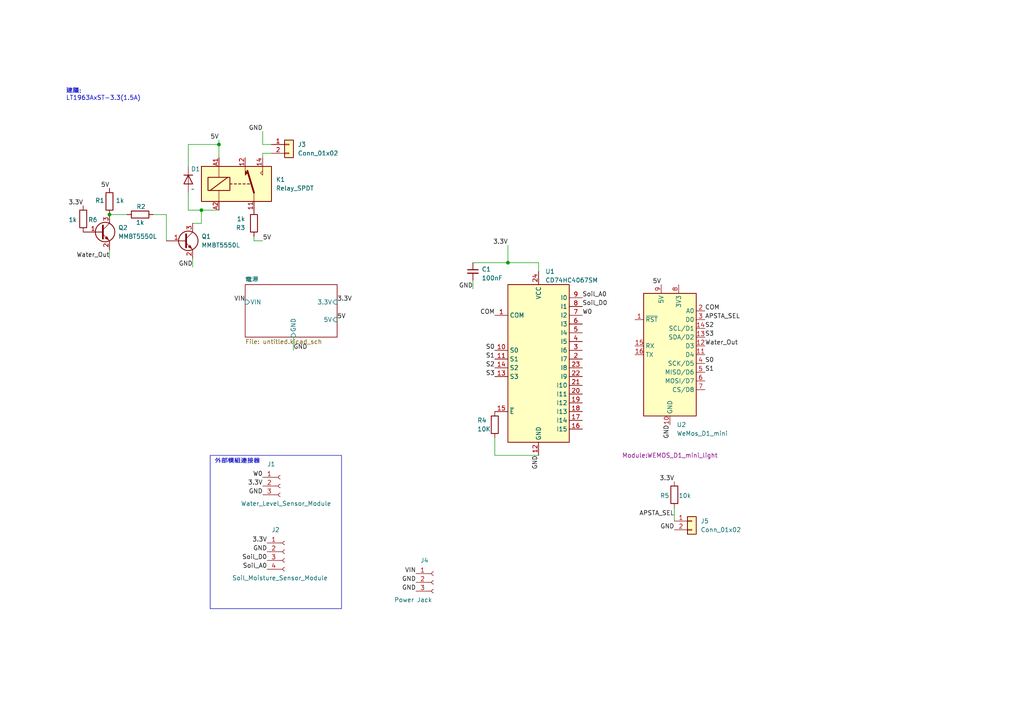
<source format=kicad_sch>
(kicad_sch (version 20231120) (generator "eeschema") (generator_version "8.0")
  (paper "A4")
  (title_block (title "自動澆花系統"))
  (lib_symbols
    (symbol "74xx:CD74HC4067SM"
      (property "Reference" "U" (at -8.89 22.86 0))
      (property "Value" "CD74HC4067SM" (at 1.27 22.86 0))
      (symbol "CD74HC4067SM_0_1"
        (rectangle (start -8.89 21.59) (end 8.89 -24.13) (stroke (width 0.254)) (fill (type background)))
      )
      (symbol "CD74HC4067SM_1_1"
        (pin passive line (at -12.7 12.7 0) (length 3.81) (name "COM") (number "1"))
        (pin input line (at -12.7 2.54 0) (length 3.81) (name "S0") (number "10"))
        (pin input line (at -12.7 0 0) (length 3.81) (name "S1") (number "11"))
        (pin power_in line (at 0 -27.94 90) (length 3.81) (name "GND") (number "12"))
        (pin input line (at -12.7 -5.08 0) (length 3.81) (name "S3") (number "13"))
        (pin input line (at -12.7 -2.54 0) (length 3.81) (name "S2") (number "14"))
        (pin input line (at -12.7 -15.24 0) (length 3.81) (name "~{E}") (number "15"))
        (pin passive line (at 12.7 -20.32 180) (length 3.81) (name "I15") (number "16"))
        (pin passive line (at 12.7 -17.78 180) (length 3.81) (name "I14") (number "17"))
        (pin passive line (at 12.7 -15.24 180) (length 3.81) (name "I13") (number "18"))
        (pin passive line (at 12.7 -12.7 180) (length 3.81) (name "I12") (number "19"))
        (pin passive line (at 12.7 0 180) (length 3.81) (name "I7") (number "2"))
        (pin passive line (at 12.7 -10.16 180) (length 3.81) (name "I11") (number "20"))
        (pin passive line (at 12.7 -7.62 180) (length 3.81) (name "I10") (number "21"))
        (pin passive line (at 12.7 -5.08 180) (length 3.81) (name "I9") (number "22"))
        (pin passive line (at 12.7 -2.54 180) (length 3.81) (name "I8") (number "23"))
        (pin power_in line (at 0 25.4 270) (length 3.81) (name "VCC") (number "24"))
        (pin passive line (at 12.7 2.54 180) (length 3.81) (name "I6") (number "3"))
        (pin passive line (at 12.7 5.08 180) (length 3.81) (name "I5") (number "4"))
        (pin passive line (at 12.7 7.62 180) (length 3.81) (name "I4") (number "5"))
        (pin passive line (at 12.7 10.16 180) (length 3.81) (name "I3") (number "6"))
        (pin passive line (at 12.7 12.7 180) (length 3.81) (name "I2") (number "7"))
        (pin passive line (at 12.7 15.24 180) (length 3.81) (name "I1") (number "8"))
        (pin passive line (at 12.7 17.78 180) (length 3.81) (name "I0") (number "9"))
      )
    )
    (symbol "Connector:Conn_01x03_Socket" (pin_names (offset 1.016) hide)
      (property "Reference" "J" (at 0 5.08 0))
      (property "Value" "Conn_01x03_Socket" (at 0 -5.08 0))
      (symbol "Conn_01x03_Socket_1_1"
        (arc (start 0 -2.032) (mid -0.5058 -2.54) (end 0 -3.048) (stroke (width 0.1524)))
        (polyline (pts (xy -1.27 -2.54) (xy -0.508 -2.54)) (stroke (width 0.1524)))
        (polyline (pts (xy -1.27 0) (xy -0.508 0)) (stroke (width 0.1524)))
        (polyline (pts (xy -1.27 2.54) (xy -0.508 2.54)) (stroke (width 0.1524)))
        (arc (start 0 0.508) (mid -0.5058 0) (end 0 -0.508) (stroke (width 0.1524)))
        (arc (start 0 3.048) (mid -0.5058 2.54) (end 0 2.032) (stroke (width 0.1524)))
        (pin passive line (at -5.08 2.54 0) (length 3.81) (name "Pin_1") (number "1"))
        (pin passive line (at -5.08 0 0) (length 3.81) (name "Pin_2") (number "2"))
        (pin passive line (at -5.08 -2.54 0) (length 3.81) (name "Pin_3") (number "3"))
      )
    )
    (symbol "Connector:Conn_01x04_Socket" (pin_names (offset 1.016) hide)
      (property "Reference" "J" (at 0 5.08 0))
      (property "Value" "Conn_01x04_Socket" (at 0 -7.62 0))
      (symbol "Conn_01x04_Socket_1_1"
        (arc (start 0 -4.572) (mid -0.5058 -5.08) (end 0 -5.588) (stroke (width 0.1524)))
        (arc (start 0 -2.032) (mid -0.5058 -2.54) (end 0 -3.048) (stroke (width 0.1524)))
        (polyline (pts (xy -1.27 -5.08) (xy -0.508 -5.08)) (stroke (width 0.1524)))
        (polyline (pts (xy -1.27 -2.54) (xy -0.508 -2.54)) (stroke (width 0.1524)))
        (polyline (pts (xy -1.27 0) (xy -0.508 0)) (stroke (width 0.1524)))
        (polyline (pts (xy -1.27 2.54) (xy -0.508 2.54)) (stroke (width 0.1524)))
        (arc (start 0 0.508) (mid -0.5058 0) (end 0 -0.508) (stroke (width 0.1524)))
        (arc (start 0 3.048) (mid -0.5058 2.54) (end 0 2.032) (stroke (width 0.1524)))
        (pin passive line (at -5.08 2.54 0) (length 3.81) (name "Pin_1") (number "1"))
        (pin passive line (at -5.08 0 0) (length 3.81) (name "Pin_2") (number "2"))
        (pin passive line (at -5.08 -2.54 0) (length 3.81) (name "Pin_3") (number "3"))
        (pin passive line (at -5.08 -5.08 0) (length 3.81) (name "Pin_4") (number "4"))
      )
    )
    (symbol "Connector_Generic:Conn_01x02" (pin_names (offset 1.016) hide)
      (property "Reference" "J" (at 0 2.54 0))
      (property "Value" "Conn_01x02" (at 0 -5.08 0))
      (symbol "Conn_01x02_1_1"
        (rectangle (start -1.27 -2.413) (end 0 -2.667) (stroke (width 0.1524)))
        (rectangle (start -1.27 0.127) (end 0 -0.127) (stroke (width 0.1524)))
        (rectangle (start -1.27 1.27) (end 1.27 -3.81) (stroke (width 0.254)) (fill (type background)))
        (pin passive line (at -5.08 0 0) (length 3.81) (name "Pin_1") (number "1"))
        (pin passive line (at -5.08 -2.54 0) (length 3.81) (name "Pin_2") (number "2"))
      )
    )
    (symbol "Device:C_Small" (pin_numbers hide) (pin_names (offset 0.254) hide)
      (property "Reference" "C" (at 0.254 1.778 0))
      (property "Value" "C_Small" (at 0.254 -2.032 0))
      (symbol "C_Small_0_1"
        (polyline (pts (xy -1.524 -0.508) (xy 1.524 -0.508)) (stroke (width 0.3302)))
        (polyline (pts (xy -1.524 0.508) (xy 1.524 0.508)) (stroke (width 0.3048)))
      )
      (symbol "C_Small_1_1"
        (pin passive line (at 0 2.54 270) (length 2.032) (name "~") (number "1"))
        (pin passive line (at 0 -2.54 90) (length 2.032) (name "~") (number "2"))
      )
    )
    (symbol "Device:D" (pin_numbers hide) (pin_names (offset 1.016) hide)
      (property "Reference" "D" (at 0 2.54 0))
      (property "Value" "D" (at 0 -2.54 0))
      (symbol "D_0_1"
        (polyline (pts (xy -1.27 1.27) (xy -1.27 -1.27)) (stroke (width 0.254)))
        (polyline (pts (xy 1.27 0) (xy -1.27 0)))
        (polyline (pts (xy 1.27 1.27) (xy 1.27 -1.27) (xy -1.27 0) (xy 1.27 1.27)) (stroke (width 0.254)))
      )
      (symbol "D_1_1"
        (pin passive line (at -3.81 0 0) (length 2.54) (name "K") (number "1"))
        (pin passive line (at 3.81 0 180) (length 2.54) (name "A") (number "2"))
      )
    )
    (symbol "Device:R" (pin_numbers hide) (pin_names (offset 0))
      (property "Reference" "R" (at 2.032 0 90))
      (property "Value" "R" (at 0 0 90))
      (symbol "R_0_1"
        (rectangle (start -1.016 -2.54) (end 1.016 2.54) (stroke (width 0.254)))
      )
      (symbol "R_1_1"
        (pin passive line (at 0 3.81 270) (length 1.27) (name "~") (number "1"))
        (pin passive line (at 0 -3.81 90) (length 1.27) (name "~") (number "2"))
      )
    )
    (symbol "MCU_Module:WeMos_D1_mini"
      (property "Reference" "U" (at 3.81 19.05 0))
      (property "Value" "WeMos_D1_mini" (at 1.27 -19.05 0))
      (symbol "WeMos_D1_mini_1_1"
        (rectangle (start -7.62 17.78) (end 7.62 -17.78) (stroke (width 0.254)) (fill (type background)))
        (pin input line (at -10.16 10.16 0) (length 2.54) (name "~{RST}") (number "1"))
        (pin power_in line (at 0 -20.32 90) (length 2.54) (name "GND") (number "10"))
        (pin bidirectional line (at 10.16 0 180) (length 2.54) (name "D4") (number "11"))
        (pin bidirectional line (at 10.16 2.54 180) (length 2.54) (name "D3") (number "12"))
        (pin bidirectional line (at 10.16 5.08 180) (length 2.54) (name "SDA/D2") (number "13"))
        (pin bidirectional line (at 10.16 7.62 180) (length 2.54) (name "SCL/D1") (number "14"))
        (pin input line (at -10.16 2.54 0) (length 2.54) (name "RX") (number "15"))
        (pin output line (at -10.16 0 0) (length 2.54) (name "TX") (number "16"))
        (pin input line (at 10.16 12.7 180) (length 2.54) (name "A0") (number "2"))
        (pin bidirectional line (at 10.16 10.16 180) (length 2.54) (name "D0") (number "3"))
        (pin bidirectional line (at 10.16 -2.54 180) (length 2.54) (name "SCK/D5") (number "4"))
        (pin bidirectional line (at 10.16 -5.08 180) (length 2.54) (name "MISO/D6") (number "5"))
        (pin bidirectional line (at 10.16 -7.62 180) (length 2.54) (name "MOSI/D7") (number "6"))
        (pin bidirectional line (at 10.16 -10.16 180) (length 2.54) (name "CS/D8") (number "7"))
        (pin power_out line (at 2.54 20.32 270) (length 2.54) (name "3V3") (number "8"))
        (pin power_in line (at -2.54 20.32 270) (length 2.54) (name "5V") (number "9"))
      )
    )
    (symbol "Relay:Relay_SPDT"
      (property "Reference" "K" (at 11.43 3.81 0))
      (property "Value" "Relay_SPDT" (at 11.43 1.27 0))
      (symbol "Relay_SPDT_0_0"
        (polyline (pts (xy 7.62 5.08) (xy 7.62 2.54) (xy 6.985 3.175) (xy 7.62 3.81)))
      )
      (symbol "Relay_SPDT_0_1"
        (rectangle (start -10.16 5.08) (end 10.16 -5.08) (stroke (width 0.254)) (fill (type background)))
        (rectangle (start -8.255 1.905) (end -1.905 -1.905) (stroke (width 0.254)))
        (polyline (pts (xy -7.62 -1.905) (xy -2.54 1.905)) (stroke (width 0.254)))
        (polyline (pts (xy -5.08 -5.08) (xy -5.08 -1.905)))
        (polyline (pts (xy -5.08 5.08) (xy -5.08 1.905)))
        (polyline (pts (xy -1.905 0) (xy -1.27 0)) (stroke (width 0.254)))
        (polyline (pts (xy -0.635 0) (xy 0 0)) (stroke (width 0.254)))
        (polyline (pts (xy 0.635 0) (xy 1.27 0)) (stroke (width 0.254)))
        (polyline (pts (xy 1.905 0) (xy 2.54 0)) (stroke (width 0.254)))
        (polyline (pts (xy 3.175 0) (xy 3.81 0)) (stroke (width 0.254)))
        (polyline (pts (xy 5.08 -2.54) (xy 3.175 3.81)) (stroke (width 0.508)))
        (polyline (pts (xy 5.08 -2.54) (xy 5.08 -5.08)))
        (polyline (pts (xy 2.54 5.08) (xy 2.54 2.54) (xy 3.175 3.175) (xy 2.54 3.81)) (fill (type outline)))
      )
      (symbol "Relay_SPDT_1_1"
        (pin passive line (at 5.08 -7.62 90) (length 2.54) (name "~") (number "11"))
        (pin passive line (at 2.54 7.62 270) (length 2.54) (name "~") (number "12"))
        (pin passive line (at 7.62 7.62 270) (length 2.54) (name "~") (number "14"))
        (pin passive line (at -5.08 7.62 270) (length 2.54) (name "~") (number "A1"))
        (pin passive line (at -5.08 -7.62 90) (length 2.54) (name "~") (number "A2"))
      )
    )
    (symbol "Transistor_BJT:MMBT5550L" (pin_names (offset 0) hide)
      (property "Reference" "Q" (at 5.08 1.905 0))
      (property "Value" "MMBT5550L" (at 5.08 0 0))
      (symbol "MMBT5550L_0_1"
        (polyline (pts (xy 0.635 0.635) (xy 2.54 2.54)))
        (polyline (pts (xy 0.635 -0.635) (xy 2.54 -2.54) (xy 2.54 -2.54)))
        (polyline (pts (xy 0.635 1.905) (xy 0.635 -1.905) (xy 0.635 -1.905)) (stroke (width 0.508)))
        (polyline (pts (xy 1.27 -1.778) (xy 1.778 -1.27) (xy 2.286 -2.286) (xy 1.27 -1.778) (xy 1.27 -1.778)) (fill (type outline)))
        (circle (center 1.27 0) (radius 2.8194) (stroke (width 0.254)))
      )
      (symbol "MMBT5550L_1_1"
        (pin input line (at -5.08 0 0) (length 5.715) (name "B") (number "1"))
        (pin passive line (at 2.54 -5.08 90) (length 2.54) (name "E") (number "2"))
        (pin passive line (at 2.54 5.08 270) (length 2.54) (name "C") (number "3"))
      )
    )
  )
  (junction (at 63.5 41.91))
  (junction (at 58.42 60.96))
  (junction (at 31.75 62.23))
  (junction (at 147.32 76.2))
  (wire (pts (xy 54.61 55.88) (xy 54.61 60.96)))
  (wire (pts (xy 76.2 44.45) (xy 78.74 44.45)))
  (wire (pts (xy 48.26 62.23) (xy 48.26 69.85)))
  (wire (pts (xy 147.32 71.12) (xy 147.32 76.2)))
  (wire (pts (xy 85.09 97.79) (xy 85.09 101.6)))
  (wire (pts (xy 58.42 60.96) (xy 63.5 60.96)))
  (wire (pts (xy 54.61 60.96) (xy 58.42 60.96)))
  (wire (pts (xy 76.2 41.91) (xy 78.74 41.91)))
  (wire (pts (xy 143.51 132.08) (xy 143.51 127)))
  (wire (pts (xy 76.2 38.1) (xy 76.2 41.91)))
  (wire (pts (xy 137.16 83.82) (xy 137.16 81.28)))
  (wire (pts (xy 147.32 76.2) (xy 156.21 76.2)))
  (wire (pts (xy 58.42 64.77) (xy 58.42 60.96)))
  (wire (pts (xy 76.2 69.85) (xy 73.66 69.85)))
  (wire (pts (xy 54.61 41.91) (xy 54.61 48.26)))
  (wire (pts (xy 63.5 40.64) (xy 63.5 41.91)))
  (wire (pts (xy 76.2 45.72) (xy 76.2 44.45)))
  (wire (pts (xy 44.45 62.23) (xy 48.26 62.23)))
  (wire (pts (xy 55.88 77.47) (xy 55.88 74.93)))
  (wire (pts (xy 137.16 76.2) (xy 147.32 76.2)))
  (wire (pts (xy 195.58 147.32) (xy 195.58 151.13)))
  (wire (pts (xy 73.66 69.85) (xy 73.66 68.58)))
  (wire (pts (xy 31.75 74.93) (xy 31.75 72.39)))
  (wire (pts (xy 156.21 132.08) (xy 143.51 132.08)))
  (wire (pts (xy 55.88 64.77) (xy 58.42 64.77)))
  (wire (pts (xy 63.5 41.91) (xy 54.61 41.91)))
  (wire (pts (xy 63.5 41.91) (xy 63.5 45.72)))
  (wire (pts (xy 31.75 62.23) (xy 36.83 62.23)))
  (wire (pts (xy 156.21 76.2) (xy 156.21 78.74)))
  (rectangle (start 60.96 132.08) (end 99.06 176.53))
  (text "外部模組連接器" (at 62.23 134.62 0) (effects (font (size 1.27 1.27)) (justify left bottom)))
  (text "建議:\nLT1963AxST-3.3(1.5A)\n" (at 19.1262 29.2862 0) (effects (font (size 1.27 1.27)) (justify left bottom)))
  (label "S3" (at 143.51 109.22 180))
  (label "5V" (at 97.79 92.71 0))
  (label "APSTA_SEL" (at 195.58 149.86 180))
  (label "GND" (at 55.88 77.47 180))
  (label "GND" (at 195.58 153.67 180))
  (label "GND" (at 156.21 132.08 270))
  (label "Water_Out" (at 31.75 74.93 180))
  (label "5V" (at 63.5 40.64 180))
  (label "GND" (at 76.2 38.1 180))
  (label "S2" (at 143.51 106.68 180))
  (label "GND" (at 76.2 143.51 180))
  (label "S1" (at 143.51 104.14 180))
  (label "S0" (at 204.47 105.41 0))
  (label "GND" (at 194.31 123.19 270))
  (label "VIN" (at 120.65 166.37 180))
  (label "APSTA_SEL" (at 204.47 92.71 0))
  (label "S3" (at 204.47 97.79 0))
  (label "S0" (at 143.51 101.6 180))
  (label "5V" (at 191.77 82.55 180))
  (label "GND" (at 120.65 171.45 180))
  (label "Soil_D0" (at 168.91 88.9 0))
  (label "COM" (at 143.51 91.44 180))
  (label "3.3V" (at 77.47 157.48 180))
  (label "3.3V" (at 97.79 87.63 0))
  (label "Soil_D0" (at 77.47 162.56 180))
  (label "3.3V" (at 147.32 71.12 180))
  (label "Soil_A0" (at 77.47 165.1 180))
  (label "5V" (at 31.75 54.61 180))
  (label "VIN" (at 71.12 87.63 180))
  (label "3.3V" (at 76.2 140.97 180))
  (label "Water_Out" (at 204.47 100.33 0))
  (label "GND" (at 85.09 101.6 0))
  (label "S2" (at 204.47 95.25 0))
  (label "W0" (at 168.91 91.44 0))
  (label "GND" (at 77.47 160.02 180))
  (label "5V" (at 76.2 69.85 0))
  (label "Soil_A0" (at 168.91 86.36 0))
  (label "GND" (at 137.16 83.82 180))
  (label "S1" (at 204.47 107.95 0))
  (label "3.3V" (at 24.13 59.69 180))
  (label "GND" (at 120.65 168.91 180))
  (label "COM" (at 204.47 90.17 0))
  (label "3.3V" (at 195.58 139.7 180))
  (label "W0" (at 76.2 138.43 180))
  (symbol (lib_id "Connector:Conn_01x03_Socket") (at 125.73 168.91 0) (unit 1)
    (property "Reference" "J4" (at 121.92 162.56 0) (effects (justify left)))
    (property "Value" "Power Jack" (at 114.3 173.99 0) (effects (justify left)))
    (property "Footprint" "Connector_BarrelJack:BarrelJack_GCT_DCJ200-10-A_Horizontal" (effects (hide yes)))
  )
  (symbol (lib_id "Device:R") (at 40.64 62.23 90) (mirror x) (unit 1)
    (property "Reference" "R2" (at 40.894 59.944 90))
    (property "Value" "1k" (at 40.64 64.516 90))
    (property "Footprint" "Resistor_SMD:R_0603_1608Metric" (effects (hide yes)))
    (property "Description" "Resistor" (effects (hide yes)))
  )
  (symbol (lib_id "Relay:Relay_SPDT") (at 68.58 53.34 0) (unit 1)
    (property "Reference" "K1" (at 80.01 52.0699 0) (effects (justify left)))
    (property "Value" "Relay_SPDT" (at 80.01 54.6099 0) (effects (justify left)))
    (property "Footprint" "Relay_THT:Relay_SPDT_Finder_36.11" (effects (hide yes)))
    (property "Description" "Monostable Relay SPDT, EN50005" (effects (hide yes)))
  )
  (symbol (lib_id "Device:R") (at 73.66 64.77 180) (unit 1)
    (property "Reference" "R3" (at 71.12 66.0401 0) (effects (justify left)))
    (property "Value" "1k" (at 71.12 63.5001 0) (effects (justify left)))
    (property "Footprint" "Resistor_SMD:R_0603_1608Metric" (effects (hide yes)))
    (property "Description" "Resistor" (effects (hide yes)))
  )
  (symbol (lib_id "Transistor_BJT:MMBT5550L") (at 29.21 67.31 0) (unit 1)
    (property "Reference" "Q2" (at 34.29 66.0399 0) (effects (justify left)))
    (property "Value" "MMBT5550L" (at 34.29 68.5799 0) (effects (justify left)))
    (property "Footprint" "Package_TO_SOT_SMD:SOT-23" (effects (hide yes)))
    (property "Datasheet" "www.onsemi.com/pub/Collateral/MMBT5550LT1-D.PDF" (effects (hide yes)))
    (property "Description" "0.6A Ic, 140V Vce, NPN Transistor, SOT-23" (effects (hide yes)))
  )
  (symbol (lib_id "Device:R") (at 24.13 63.5 0) (mirror x) (unit 1)
    (property "Reference" "R6" (at 26.924 63.754 0))
    (property "Value" "1k" (at 21.082 63.754 0))
    (property "Footprint" "Resistor_SMD:R_0603_1608Metric" (effects (hide yes)))
    (property "Description" "Resistor" (effects (hide yes)))
  )
  (symbol (lib_id "Device:R") (at 143.51 123.19 0) (unit 1)
    (property "Reference" "R4" (at 138.43 121.92 0) (effects (justify left)))
    (property "Value" "10K" (at 138.43 124.46 0) (effects (justify left)))
    (property "Footprint" "Capacitor_SMD:C_0603_1608Metric" (effects (hide yes)))
  )
  (symbol (lib_id "Connector_Generic:Conn_01x02") (at 83.82 41.91 0) (unit 1)
    (property "Reference" "J3" (at 86.36 41.9099 0) (effects (justify left)))
    (property "Value" "Conn_01x02" (at 86.36 44.4499 0) (effects (justify left)))
    (property "Footprint" "Connector_JST:JST_EH_S2B-EH_1x02_P2.50mm_Horizontal" (effects (hide yes)))
    (property "Description" "Generic connector, single row, 01x02, script generated (kicad-library-utils/schlib/autogen/connector/)" (effects (hide yes)))
  )
  (symbol (lib_id "Connector:Conn_01x04_Socket") (at 82.55 160.02 0) (unit 1)
    (property "Reference" "J2" (at 78.74 153.67 0) (effects (justify left)))
    (property "Value" "Soil_Moisture_Sensor_Module" (at 67.31 167.64 0) (effects (justify left)))
    (property "Footprint" "Connector_JST:JST_EH_S4B-EH_1x04_P2.50mm_Horizontal" (effects (hide yes)))
  )
  (symbol (lib_id "MCU_Module:WeMos_D1_mini") (at 194.31 102.87 0) (unit 1)
    (property "Reference" "U2" (at 196.2659 123.19 0) (effects (justify left)))
    (property "Value" "WeMos_D1_mini" (at 196.2659 125.73 0) (effects (justify left)))
    (property "Footprint" "Module:WEMOS_D1_mini_light" (at 194.31 132.08 0))
    (property "Datasheet" "https://wiki.wemos.cc/products:d1:d1_mini#documentation" (effects (hide yes)))
  )
  (symbol (lib_id "Device:R") (at 31.75 58.42 0) (mirror y) (unit 1)
    (property "Reference" "R1" (at 28.956 58.166 0))
    (property "Value" "1k" (at 34.798 58.166 0))
    (property "Footprint" "Resistor_SMD:R_0603_1608Metric" (effects (hide yes)))
    (property "Description" "Resistor" (effects (hide yes)))
  )
  (symbol (lib_id "Device:R") (at 195.58 143.51 180) (unit 1)
    (property "Reference" "R5" (at 192.786 143.764 0))
    (property "Value" "10k" (at 198.628 143.764 0))
    (property "Footprint" "Resistor_SMD:R_0603_1608Metric" (effects (hide yes)))
    (property "Description" "Resistor" (effects (hide yes)))
  )
  (symbol (lib_id "Device:D") (at 54.61 52.07 270) (unit 1)
    (property "Reference" "D1" (at 55.372 49.022 90) (effects (justify left)))
    (property "Value" "~" (at 55.372 54.864 90) (effects (justify left)))
    (property "Footprint" "Diode_SMD:D_SMA" (effects (hide yes)))
    (property "Description" "Diode" (effects (hide yes)))
    (property "Sim.Device" "D" (effects (hide yes)))
    (property "Sim.Pins" "1=K 2=A" (effects (hide yes)))
  )
  (symbol (lib_id "Connector_Generic:Conn_01x02") (at 200.66 151.13 0) (unit 1)
    (property "Reference" "J5" (at 203.2 151.1299 0) (effects (justify left)))
    (property "Value" "Conn_01x02" (at 203.2 153.6699 0) (effects (justify left)))
    (property "Footprint" "Connector_PinSocket_2.54mm:PinSocket_1x02_P2.54mm_Vertical" (effects (hide yes)))
    (property "Description" "Generic connector, single row, 01x02, script generated (kicad-library-utils/schlib/autogen/connector/)" (effects (hide yes)))
  )
  (symbol (lib_id "Transistor_BJT:MMBT5550L") (at 53.34 69.85 0) (unit 1)
    (property "Reference" "Q1" (at 58.42 68.5799 0) (effects (justify left)))
    (property "Value" "MMBT5550L" (at 58.42 71.1199 0) (effects (justify left)))
    (property "Footprint" "Package_TO_SOT_SMD:SOT-23" (effects (hide yes)))
    (property "Datasheet" "www.onsemi.com/pub/Collateral/MMBT5550LT1-D.PDF" (effects (hide yes)))
    (property "Description" "0.6A Ic, 140V Vce, NPN Transistor, SOT-23" (effects (hide yes)))
  )
  (symbol (lib_id "Device:C_Small") (at 137.16 78.74 0) (unit 1)
    (property "Reference" "C1" (at 139.7 78.1113 0) (effects (justify left)))
    (property "Value" "100nF" (at 139.7 80.6513 0) (effects (justify left)))
    (property "Footprint" "Capacitor_SMD:C_0603_1608Metric" (effects (hide yes)))
  )
  (symbol (lib_id "74xx:CD74HC4067SM") (at 156.21 104.14 0) (unit 1)
    (property "Reference" "U1" (at 158.1659 78.74 0) (effects (justify left)))
    (property "Value" "CD74HC4067SM" (at 158.1659 81.28 0) (effects (justify left)))
    (property "Footprint" "Package_SO:SSOP-24_5.3x8.2mm_P0.65mm" (effects (hide yes)))
    (property "Datasheet" "http://www.ti.com/lit/ds/symlink/cd74hc4067.pdf" (effects (hide yes)))
  )
  (symbol (lib_id "Connector:Conn_01x03_Socket") (at 81.28 140.97 0) (unit 1)
    (property "Reference" "J1" (at 77.47 134.62 0) (effects (justify left)))
    (property "Value" "Water_Level_Sensor_Module" (at 69.85 146.05 0) (effects (justify left)))
    (property "Footprint" "Connector_JST:JST_EH_S3B-EH_1x03_P2.50mm_Horizontal" (effects (hide yes)))
  )
  (sheet (at 71.12 82.55) (size 26.67 15.24) (stroke (width 0.1524))
    (property "Sheetname" "電源" (at 71.12 81.8384 0) (effects (justify left bottom)))
    (property "Sheetfile" "untitled.kicad_sch" (at 71.12 98.3746 0) (effects (justify left top)))
    (pin "3.3V" input (at 97.79 87.63 0))
    (pin "5V" input (at 97.79 92.71 0))
    (pin "GND" input (at 85.09 97.79 270))
    (pin "VIN" input (at 71.12 87.63 180))
  )
)
</source>
